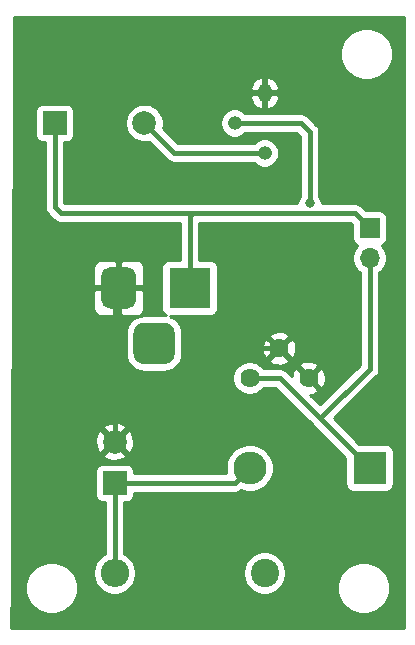
<source format=gbr>
%TF.GenerationSoftware,KiCad,Pcbnew,(5.1.8)-1*%
%TF.CreationDate,2020-12-20T06:36:15+01:00*%
%TF.ProjectId,Fire Sensor,46697265-2053-4656-9e73-6f722e6b6963,rev?*%
%TF.SameCoordinates,Original*%
%TF.FileFunction,Copper,L2,Bot*%
%TF.FilePolarity,Positive*%
%FSLAX46Y46*%
G04 Gerber Fmt 4.6, Leading zero omitted, Abs format (unit mm)*
G04 Created by KiCad (PCBNEW (5.1.8)-1) date 2020-12-20 06:36:15*
%MOMM*%
%LPD*%
G01*
G04 APERTURE LIST*
%TA.AperFunction,ComponentPad*%
%ADD10R,2.000000X2.000000*%
%TD*%
%TA.AperFunction,ComponentPad*%
%ADD11C,2.000000*%
%TD*%
%TA.AperFunction,ComponentPad*%
%ADD12R,2.800000X2.800000*%
%TD*%
%TA.AperFunction,ComponentPad*%
%ADD13O,2.800000X2.800000*%
%TD*%
%TA.AperFunction,ComponentPad*%
%ADD14R,3.500000X3.500000*%
%TD*%
%TA.AperFunction,ComponentPad*%
%ADD15O,1.200000X1.600000*%
%TD*%
%TA.AperFunction,ComponentPad*%
%ADD16O,1.200000X1.200000*%
%TD*%
%TA.AperFunction,ComponentPad*%
%ADD17C,2.400000*%
%TD*%
%TA.AperFunction,ComponentPad*%
%ADD18O,2.400000X2.400000*%
%TD*%
%TA.AperFunction,ComponentPad*%
%ADD19C,1.620000*%
%TD*%
%TA.AperFunction,ComponentPad*%
%ADD20R,1.700000X1.700000*%
%TD*%
%TA.AperFunction,ComponentPad*%
%ADD21O,1.700000X1.700000*%
%TD*%
%TA.AperFunction,ViaPad*%
%ADD22C,0.800000*%
%TD*%
%TA.AperFunction,Conductor*%
%ADD23C,0.400000*%
%TD*%
%TA.AperFunction,Conductor*%
%ADD24C,0.254000*%
%TD*%
%TA.AperFunction,Conductor*%
%ADD25C,0.100000*%
%TD*%
G04 APERTURE END LIST*
D10*
%TO.P,BZ1,1*%
%TO.N,Net-(BZ1-Pad1)*%
X113030000Y-74930000D03*
D11*
%TO.P,BZ1,2*%
%TO.N,Net-(BZ1-Pad2)*%
X120630000Y-74930000D03*
%TD*%
D10*
%TO.P,C1,1*%
%TO.N,Net-(C1-Pad1)*%
X118110000Y-105410000D03*
D11*
%TO.P,C1,2*%
%TO.N,Net-(C1-Pad2)*%
X118110000Y-101910000D03*
%TD*%
D12*
%TO.P,D1,1*%
%TO.N,Net-(D1-Pad1)*%
X139700000Y-104140000D03*
D13*
%TO.P,D1,2*%
%TO.N,Net-(C1-Pad1)*%
X129540000Y-104140000D03*
%TD*%
D14*
%TO.P,J1,1*%
%TO.N,Net-(BZ1-Pad1)*%
X124460000Y-88900000D03*
%TO.P,J1,2*%
%TO.N,Net-(C1-Pad2)*%
%TA.AperFunction,ComponentPad*%
G36*
G01*
X116960000Y-89900000D02*
X116960000Y-87900000D01*
G75*
G02*
X117710000Y-87150000I750000J0D01*
G01*
X119210000Y-87150000D01*
G75*
G02*
X119960000Y-87900000I0J-750000D01*
G01*
X119960000Y-89900000D01*
G75*
G02*
X119210000Y-90650000I-750000J0D01*
G01*
X117710000Y-90650000D01*
G75*
G02*
X116960000Y-89900000I0J750000D01*
G01*
G37*
%TD.AperFunction*%
%TO.P,J1,3*%
%TO.N,Net-(J1-Pad3)*%
%TA.AperFunction,ComponentPad*%
G36*
G01*
X119710000Y-94475000D02*
X119710000Y-92725000D01*
G75*
G02*
X120585000Y-91850000I875000J0D01*
G01*
X122335000Y-91850000D01*
G75*
G02*
X123210000Y-92725000I0J-875000D01*
G01*
X123210000Y-94475000D01*
G75*
G02*
X122335000Y-95350000I-875000J0D01*
G01*
X120585000Y-95350000D01*
G75*
G02*
X119710000Y-94475000I0J875000D01*
G01*
G37*
%TD.AperFunction*%
%TD*%
D15*
%TO.P,Q1,1*%
%TO.N,Net-(C1-Pad2)*%
X130810000Y-72390000D03*
D16*
%TO.P,Q1,2*%
%TO.N,Net-(Q1-Pad2)*%
X128270000Y-74930000D03*
%TO.P,Q1,3*%
%TO.N,Net-(BZ1-Pad2)*%
X130810000Y-77470000D03*
%TD*%
D17*
%TO.P,R1,1*%
%TO.N,Net-(Q1-Pad2)*%
X130810000Y-113030000D03*
D18*
%TO.P,R1,2*%
%TO.N,Net-(C1-Pad1)*%
X118110000Y-113030000D03*
%TD*%
D19*
%TO.P,RV1,3*%
%TO.N,Net-(C1-Pad2)*%
X134540000Y-96520000D03*
%TO.P,RV1,2*%
X132040000Y-94020000D03*
%TO.P,RV1,1*%
%TO.N,Net-(D1-Pad1)*%
X129540000Y-96520000D03*
%TD*%
D20*
%TO.P,TH1,1*%
%TO.N,Net-(BZ1-Pad1)*%
X139700000Y-83820000D03*
D21*
%TO.P,TH1,2*%
%TO.N,Net-(D1-Pad1)*%
X139700000Y-86360000D03*
%TD*%
D22*
%TO.N,Net-(Q1-Pad2)*%
X134620000Y-81750000D03*
%TD*%
D23*
%TO.N,Net-(BZ1-Pad1)*%
X113030000Y-74930000D02*
X113030000Y-82042000D01*
X113030000Y-82042000D02*
X113538000Y-82550000D01*
X113538000Y-82550000D02*
X124714000Y-82550000D01*
X124460000Y-82804000D02*
X124460000Y-88900000D01*
X124714000Y-82550000D02*
X124460000Y-82804000D01*
X138430000Y-82550000D02*
X139700000Y-83820000D01*
X124714000Y-82550000D02*
X138430000Y-82550000D01*
%TO.N,Net-(BZ1-Pad2)*%
X123170000Y-77470000D02*
X130810000Y-77470000D01*
X120630000Y-74930000D02*
X123170000Y-77470000D01*
%TO.N,Net-(C1-Pad1)*%
X128270000Y-105410000D02*
X129540000Y-104140000D01*
X118110000Y-105410000D02*
X128270000Y-105410000D01*
X118110000Y-105410000D02*
X118110000Y-113030000D01*
%TO.N,Net-(C1-Pad2)*%
X118110000Y-89250000D02*
X118460000Y-88900000D01*
X118110000Y-101910000D02*
X118110000Y-89250000D01*
X126000000Y-94020000D02*
X132040000Y-94020000D01*
X118110000Y-101910000D02*
X126000000Y-94020000D01*
X134540000Y-96346000D02*
X134540000Y-96520000D01*
X134540000Y-96520000D02*
X132040000Y-94020000D01*
%TO.N,Net-(D1-Pad1)*%
X129540000Y-96520000D02*
X132080000Y-96520000D01*
X139700000Y-86360000D02*
X139700000Y-95758000D01*
X135509000Y-99949000D02*
X139700000Y-104140000D01*
X139700000Y-95758000D02*
X135509000Y-99949000D01*
X132080000Y-96520000D02*
X135509000Y-99949000D01*
X129540000Y-96520000D02*
X129794000Y-96774000D01*
%TO.N,Net-(Q1-Pad2)*%
X128270000Y-74930000D02*
X133858000Y-74930000D01*
X134620000Y-75692000D02*
X134620000Y-81750000D01*
X133858000Y-74930000D02*
X134620000Y-75692000D01*
%TD*%
D24*
%TO.N,Net-(C1-Pad2)*%
X142596001Y-117704000D02*
X109375165Y-117704000D01*
X109392505Y-114079872D01*
X110541000Y-114079872D01*
X110541000Y-114520128D01*
X110626890Y-114951925D01*
X110795369Y-115358669D01*
X111039962Y-115724729D01*
X111351271Y-116036038D01*
X111717331Y-116280631D01*
X112124075Y-116449110D01*
X112555872Y-116535000D01*
X112996128Y-116535000D01*
X113427925Y-116449110D01*
X113834669Y-116280631D01*
X114200729Y-116036038D01*
X114512038Y-115724729D01*
X114756631Y-115358669D01*
X114925110Y-114951925D01*
X115011000Y-114520128D01*
X115011000Y-114079872D01*
X114925110Y-113648075D01*
X114756631Y-113241331D01*
X114512038Y-112875271D01*
X114486035Y-112849268D01*
X116275000Y-112849268D01*
X116275000Y-113210732D01*
X116345518Y-113565250D01*
X116483844Y-113899199D01*
X116684662Y-114199744D01*
X116940256Y-114455338D01*
X117240801Y-114656156D01*
X117574750Y-114794482D01*
X117929268Y-114865000D01*
X118290732Y-114865000D01*
X118645250Y-114794482D01*
X118979199Y-114656156D01*
X119279744Y-114455338D01*
X119535338Y-114199744D01*
X119736156Y-113899199D01*
X119874482Y-113565250D01*
X119945000Y-113210732D01*
X119945000Y-112849268D01*
X128975000Y-112849268D01*
X128975000Y-113210732D01*
X129045518Y-113565250D01*
X129183844Y-113899199D01*
X129384662Y-114199744D01*
X129640256Y-114455338D01*
X129940801Y-114656156D01*
X130274750Y-114794482D01*
X130629268Y-114865000D01*
X130990732Y-114865000D01*
X131345250Y-114794482D01*
X131679199Y-114656156D01*
X131979744Y-114455338D01*
X132235338Y-114199744D01*
X132315434Y-114079872D01*
X136957000Y-114079872D01*
X136957000Y-114520128D01*
X137042890Y-114951925D01*
X137211369Y-115358669D01*
X137455962Y-115724729D01*
X137767271Y-116036038D01*
X138133331Y-116280631D01*
X138540075Y-116449110D01*
X138971872Y-116535000D01*
X139412128Y-116535000D01*
X139843925Y-116449110D01*
X140250669Y-116280631D01*
X140616729Y-116036038D01*
X140928038Y-115724729D01*
X141172631Y-115358669D01*
X141341110Y-114951925D01*
X141427000Y-114520128D01*
X141427000Y-114079872D01*
X141341110Y-113648075D01*
X141172631Y-113241331D01*
X140928038Y-112875271D01*
X140616729Y-112563962D01*
X140250669Y-112319369D01*
X139843925Y-112150890D01*
X139412128Y-112065000D01*
X138971872Y-112065000D01*
X138540075Y-112150890D01*
X138133331Y-112319369D01*
X137767271Y-112563962D01*
X137455962Y-112875271D01*
X137211369Y-113241331D01*
X137042890Y-113648075D01*
X136957000Y-114079872D01*
X132315434Y-114079872D01*
X132436156Y-113899199D01*
X132574482Y-113565250D01*
X132645000Y-113210732D01*
X132645000Y-112849268D01*
X132574482Y-112494750D01*
X132436156Y-112160801D01*
X132235338Y-111860256D01*
X131979744Y-111604662D01*
X131679199Y-111403844D01*
X131345250Y-111265518D01*
X130990732Y-111195000D01*
X130629268Y-111195000D01*
X130274750Y-111265518D01*
X129940801Y-111403844D01*
X129640256Y-111604662D01*
X129384662Y-111860256D01*
X129183844Y-112160801D01*
X129045518Y-112494750D01*
X128975000Y-112849268D01*
X119945000Y-112849268D01*
X119874482Y-112494750D01*
X119736156Y-112160801D01*
X119535338Y-111860256D01*
X119279744Y-111604662D01*
X118979199Y-111403844D01*
X118945000Y-111389678D01*
X118945000Y-107048072D01*
X119110000Y-107048072D01*
X119234482Y-107035812D01*
X119354180Y-106999502D01*
X119464494Y-106940537D01*
X119561185Y-106861185D01*
X119640537Y-106764494D01*
X119699502Y-106654180D01*
X119735812Y-106534482D01*
X119748072Y-106410000D01*
X119748072Y-106245000D01*
X128228982Y-106245000D01*
X128270000Y-106249040D01*
X128311018Y-106245000D01*
X128311019Y-106245000D01*
X128433689Y-106232918D01*
X128591087Y-106185172D01*
X128736146Y-106107636D01*
X128815453Y-106042551D01*
X128946413Y-106096796D01*
X129339570Y-106175000D01*
X129740430Y-106175000D01*
X130133587Y-106096796D01*
X130503934Y-105943393D01*
X130837237Y-105720687D01*
X131120687Y-105437237D01*
X131343393Y-105103934D01*
X131496796Y-104733587D01*
X131575000Y-104340430D01*
X131575000Y-103939570D01*
X131496796Y-103546413D01*
X131343393Y-103176066D01*
X131120687Y-102842763D01*
X130837237Y-102559313D01*
X130503934Y-102336607D01*
X130133587Y-102183204D01*
X129740430Y-102105000D01*
X129339570Y-102105000D01*
X128946413Y-102183204D01*
X128576066Y-102336607D01*
X128242763Y-102559313D01*
X127959313Y-102842763D01*
X127736607Y-103176066D01*
X127583204Y-103546413D01*
X127505000Y-103939570D01*
X127505000Y-104340430D01*
X127551659Y-104575000D01*
X119748072Y-104575000D01*
X119748072Y-104410000D01*
X119735812Y-104285518D01*
X119699502Y-104165820D01*
X119640537Y-104055506D01*
X119561185Y-103958815D01*
X119464494Y-103879463D01*
X119354180Y-103820498D01*
X119234482Y-103784188D01*
X119110000Y-103771928D01*
X117110000Y-103771928D01*
X116985518Y-103784188D01*
X116865820Y-103820498D01*
X116755506Y-103879463D01*
X116658815Y-103958815D01*
X116579463Y-104055506D01*
X116520498Y-104165820D01*
X116484188Y-104285518D01*
X116471928Y-104410000D01*
X116471928Y-106410000D01*
X116484188Y-106534482D01*
X116520498Y-106654180D01*
X116579463Y-106764494D01*
X116658815Y-106861185D01*
X116755506Y-106940537D01*
X116865820Y-106999502D01*
X116985518Y-107035812D01*
X117110000Y-107048072D01*
X117275000Y-107048072D01*
X117275001Y-111389678D01*
X117240801Y-111403844D01*
X116940256Y-111604662D01*
X116684662Y-111860256D01*
X116483844Y-112160801D01*
X116345518Y-112494750D01*
X116275000Y-112849268D01*
X114486035Y-112849268D01*
X114200729Y-112563962D01*
X113834669Y-112319369D01*
X113427925Y-112150890D01*
X112996128Y-112065000D01*
X112555872Y-112065000D01*
X112124075Y-112150890D01*
X111717331Y-112319369D01*
X111351271Y-112563962D01*
X111039962Y-112875271D01*
X110795369Y-113241331D01*
X110626890Y-113648075D01*
X110541000Y-114079872D01*
X109392505Y-114079872D01*
X109445300Y-103045413D01*
X117154192Y-103045413D01*
X117249956Y-103309814D01*
X117539571Y-103450704D01*
X117851108Y-103532384D01*
X118172595Y-103551718D01*
X118491675Y-103507961D01*
X118796088Y-103402795D01*
X118970044Y-103309814D01*
X119065808Y-103045413D01*
X118110000Y-102089605D01*
X117154192Y-103045413D01*
X109445300Y-103045413D01*
X109450434Y-101972595D01*
X116468282Y-101972595D01*
X116512039Y-102291675D01*
X116617205Y-102596088D01*
X116710186Y-102770044D01*
X116974587Y-102865808D01*
X117930395Y-101910000D01*
X118289605Y-101910000D01*
X119245413Y-102865808D01*
X119509814Y-102770044D01*
X119650704Y-102480429D01*
X119732384Y-102168892D01*
X119751718Y-101847405D01*
X119707961Y-101528325D01*
X119602795Y-101223912D01*
X119509814Y-101049956D01*
X119245413Y-100954192D01*
X118289605Y-101910000D01*
X117930395Y-101910000D01*
X116974587Y-100954192D01*
X116710186Y-101049956D01*
X116569296Y-101339571D01*
X116487616Y-101651108D01*
X116468282Y-101972595D01*
X109450434Y-101972595D01*
X109456166Y-100774587D01*
X117154192Y-100774587D01*
X118110000Y-101730395D01*
X119065808Y-100774587D01*
X118970044Y-100510186D01*
X118680429Y-100369296D01*
X118368892Y-100287616D01*
X118047405Y-100268282D01*
X117728325Y-100312039D01*
X117423912Y-100417205D01*
X117249956Y-100510186D01*
X117154192Y-100774587D01*
X109456166Y-100774587D01*
X109504609Y-90650000D01*
X116321928Y-90650000D01*
X116334188Y-90774482D01*
X116370498Y-90894180D01*
X116429463Y-91004494D01*
X116508815Y-91101185D01*
X116605506Y-91180537D01*
X116715820Y-91239502D01*
X116835518Y-91275812D01*
X116960000Y-91288072D01*
X118174250Y-91285000D01*
X118333000Y-91126250D01*
X118333000Y-89027000D01*
X118587000Y-89027000D01*
X118587000Y-91126250D01*
X118745750Y-91285000D01*
X119960000Y-91288072D01*
X120084482Y-91275812D01*
X120204180Y-91239502D01*
X120314494Y-91180537D01*
X120411185Y-91101185D01*
X120490537Y-91004494D01*
X120549502Y-90894180D01*
X120585812Y-90774482D01*
X120598072Y-90650000D01*
X120595000Y-89185750D01*
X120436250Y-89027000D01*
X118587000Y-89027000D01*
X118333000Y-89027000D01*
X116483750Y-89027000D01*
X116325000Y-89185750D01*
X116321928Y-90650000D01*
X109504609Y-90650000D01*
X109521355Y-87150000D01*
X116321928Y-87150000D01*
X116325000Y-88614250D01*
X116483750Y-88773000D01*
X118333000Y-88773000D01*
X118333000Y-86673750D01*
X118587000Y-86673750D01*
X118587000Y-88773000D01*
X120436250Y-88773000D01*
X120595000Y-88614250D01*
X120598072Y-87150000D01*
X120585812Y-87025518D01*
X120549502Y-86905820D01*
X120490537Y-86795506D01*
X120411185Y-86698815D01*
X120314494Y-86619463D01*
X120204180Y-86560498D01*
X120084482Y-86524188D01*
X119960000Y-86511928D01*
X118745750Y-86515000D01*
X118587000Y-86673750D01*
X118333000Y-86673750D01*
X118174250Y-86515000D01*
X116960000Y-86511928D01*
X116835518Y-86524188D01*
X116715820Y-86560498D01*
X116605506Y-86619463D01*
X116508815Y-86698815D01*
X116429463Y-86795506D01*
X116370498Y-86905820D01*
X116334188Y-87025518D01*
X116321928Y-87150000D01*
X109521355Y-87150000D01*
X109584609Y-73930000D01*
X111391928Y-73930000D01*
X111391928Y-75930000D01*
X111404188Y-76054482D01*
X111440498Y-76174180D01*
X111499463Y-76284494D01*
X111578815Y-76381185D01*
X111675506Y-76460537D01*
X111785820Y-76519502D01*
X111905518Y-76555812D01*
X112030000Y-76568072D01*
X112195000Y-76568072D01*
X112195001Y-82000972D01*
X112190960Y-82042000D01*
X112207082Y-82205688D01*
X112254828Y-82363086D01*
X112318878Y-82482914D01*
X112332365Y-82508146D01*
X112436710Y-82635291D01*
X112468574Y-82661441D01*
X112918554Y-83111421D01*
X112944709Y-83143291D01*
X113071854Y-83247636D01*
X113216913Y-83325172D01*
X113374311Y-83372918D01*
X113496981Y-83385000D01*
X113496991Y-83385000D01*
X113537999Y-83389039D01*
X113579007Y-83385000D01*
X123625000Y-83385000D01*
X123625001Y-86511928D01*
X122710000Y-86511928D01*
X122585518Y-86524188D01*
X122465820Y-86560498D01*
X122355506Y-86619463D01*
X122258815Y-86698815D01*
X122179463Y-86795506D01*
X122120498Y-86905820D01*
X122084188Y-87025518D01*
X122071928Y-87150000D01*
X122071928Y-90650000D01*
X122084188Y-90774482D01*
X122120498Y-90894180D01*
X122179463Y-91004494D01*
X122258815Y-91101185D01*
X122355506Y-91180537D01*
X122432131Y-91221494D01*
X122335000Y-91211928D01*
X120585000Y-91211928D01*
X120289814Y-91241001D01*
X120005972Y-91327104D01*
X119744382Y-91466927D01*
X119515097Y-91655097D01*
X119326927Y-91884382D01*
X119187104Y-92145972D01*
X119101001Y-92429814D01*
X119071928Y-92725000D01*
X119071928Y-94475000D01*
X119101001Y-94770186D01*
X119187104Y-95054028D01*
X119326927Y-95315618D01*
X119515097Y-95544903D01*
X119744382Y-95733073D01*
X120005972Y-95872896D01*
X120289814Y-95958999D01*
X120585000Y-95988072D01*
X122335000Y-95988072D01*
X122630186Y-95958999D01*
X122914028Y-95872896D01*
X123175618Y-95733073D01*
X123404903Y-95544903D01*
X123593073Y-95315618D01*
X123732896Y-95054028D01*
X123743265Y-95019843D01*
X131219762Y-95019843D01*
X131292556Y-95264832D01*
X131549773Y-95386733D01*
X131825829Y-95456110D01*
X132110115Y-95470298D01*
X132391706Y-95428752D01*
X132659783Y-95333068D01*
X132787444Y-95264832D01*
X132860238Y-95019843D01*
X132040000Y-94199605D01*
X131219762Y-95019843D01*
X123743265Y-95019843D01*
X123818999Y-94770186D01*
X123848072Y-94475000D01*
X123848072Y-94090115D01*
X130589702Y-94090115D01*
X130631248Y-94371706D01*
X130726932Y-94639783D01*
X130795168Y-94767444D01*
X131040157Y-94840238D01*
X131860395Y-94020000D01*
X132219605Y-94020000D01*
X133039843Y-94840238D01*
X133284832Y-94767444D01*
X133406733Y-94510227D01*
X133476110Y-94234171D01*
X133490298Y-93949885D01*
X133448752Y-93668294D01*
X133353068Y-93400217D01*
X133284832Y-93272556D01*
X133039843Y-93199762D01*
X132219605Y-94020000D01*
X131860395Y-94020000D01*
X131040157Y-93199762D01*
X130795168Y-93272556D01*
X130673267Y-93529773D01*
X130603890Y-93805829D01*
X130589702Y-94090115D01*
X123848072Y-94090115D01*
X123848072Y-93020157D01*
X131219762Y-93020157D01*
X132040000Y-93840395D01*
X132860238Y-93020157D01*
X132787444Y-92775168D01*
X132530227Y-92653267D01*
X132254171Y-92583890D01*
X131969885Y-92569702D01*
X131688294Y-92611248D01*
X131420217Y-92706932D01*
X131292556Y-92775168D01*
X131219762Y-93020157D01*
X123848072Y-93020157D01*
X123848072Y-92725000D01*
X123818999Y-92429814D01*
X123732896Y-92145972D01*
X123593073Y-91884382D01*
X123404903Y-91655097D01*
X123175618Y-91466927D01*
X122914028Y-91327104D01*
X122785357Y-91288072D01*
X126210000Y-91288072D01*
X126334482Y-91275812D01*
X126454180Y-91239502D01*
X126564494Y-91180537D01*
X126661185Y-91101185D01*
X126740537Y-91004494D01*
X126799502Y-90894180D01*
X126835812Y-90774482D01*
X126848072Y-90650000D01*
X126848072Y-87150000D01*
X126835812Y-87025518D01*
X126799502Y-86905820D01*
X126740537Y-86795506D01*
X126661185Y-86698815D01*
X126564494Y-86619463D01*
X126454180Y-86560498D01*
X126334482Y-86524188D01*
X126210000Y-86511928D01*
X125295000Y-86511928D01*
X125295000Y-83385000D01*
X138084133Y-83385000D01*
X138211928Y-83512795D01*
X138211928Y-84670000D01*
X138224188Y-84794482D01*
X138260498Y-84914180D01*
X138319463Y-85024494D01*
X138398815Y-85121185D01*
X138495506Y-85200537D01*
X138605820Y-85259502D01*
X138678380Y-85281513D01*
X138546525Y-85413368D01*
X138384010Y-85656589D01*
X138272068Y-85926842D01*
X138215000Y-86213740D01*
X138215000Y-86506260D01*
X138272068Y-86793158D01*
X138384010Y-87063411D01*
X138546525Y-87306632D01*
X138753368Y-87513475D01*
X138865000Y-87588065D01*
X138865001Y-95412131D01*
X135509000Y-98768133D01*
X134698173Y-97957306D01*
X134891706Y-97928752D01*
X135159783Y-97833068D01*
X135287444Y-97764832D01*
X135360238Y-97519843D01*
X134540000Y-96699605D01*
X134525858Y-96713748D01*
X134346253Y-96534143D01*
X134360395Y-96520000D01*
X134719605Y-96520000D01*
X135539843Y-97340238D01*
X135784832Y-97267444D01*
X135906733Y-97010227D01*
X135976110Y-96734171D01*
X135990298Y-96449885D01*
X135948752Y-96168294D01*
X135853068Y-95900217D01*
X135784832Y-95772556D01*
X135539843Y-95699762D01*
X134719605Y-96520000D01*
X134360395Y-96520000D01*
X133540157Y-95699762D01*
X133295168Y-95772556D01*
X133173267Y-96029773D01*
X133103890Y-96305829D01*
X133101171Y-96360304D01*
X132699446Y-95958579D01*
X132673291Y-95926709D01*
X132546146Y-95822364D01*
X132401087Y-95744828D01*
X132243689Y-95697082D01*
X132121019Y-95685000D01*
X132121018Y-95685000D01*
X132080000Y-95680960D01*
X132038982Y-95685000D01*
X130719958Y-95685000D01*
X130662405Y-95598866D01*
X130583696Y-95520157D01*
X133719762Y-95520157D01*
X134540000Y-96340395D01*
X135360238Y-95520157D01*
X135287444Y-95275168D01*
X135030227Y-95153267D01*
X134754171Y-95083890D01*
X134469885Y-95069702D01*
X134188294Y-95111248D01*
X133920217Y-95206932D01*
X133792556Y-95275168D01*
X133719762Y-95520157D01*
X130583696Y-95520157D01*
X130461134Y-95397595D01*
X130224464Y-95239457D01*
X129961491Y-95130530D01*
X129682320Y-95075000D01*
X129397680Y-95075000D01*
X129118509Y-95130530D01*
X128855536Y-95239457D01*
X128618866Y-95397595D01*
X128417595Y-95598866D01*
X128259457Y-95835536D01*
X128150530Y-96098509D01*
X128095000Y-96377680D01*
X128095000Y-96662320D01*
X128150530Y-96941491D01*
X128259457Y-97204464D01*
X128417595Y-97441134D01*
X128618866Y-97642405D01*
X128855536Y-97800543D01*
X129118509Y-97909470D01*
X129397680Y-97965000D01*
X129682320Y-97965000D01*
X129961491Y-97909470D01*
X130224464Y-97800543D01*
X130461134Y-97642405D01*
X130662405Y-97441134D01*
X130719958Y-97355000D01*
X131734133Y-97355000D01*
X134889567Y-100510435D01*
X134915710Y-100542290D01*
X134947565Y-100568433D01*
X134947570Y-100568438D01*
X134947576Y-100568443D01*
X137661928Y-103282796D01*
X137661928Y-105540000D01*
X137674188Y-105664482D01*
X137710498Y-105784180D01*
X137769463Y-105894494D01*
X137848815Y-105991185D01*
X137945506Y-106070537D01*
X138055820Y-106129502D01*
X138175518Y-106165812D01*
X138300000Y-106178072D01*
X141100000Y-106178072D01*
X141224482Y-106165812D01*
X141344180Y-106129502D01*
X141454494Y-106070537D01*
X141551185Y-105991185D01*
X141630537Y-105894494D01*
X141689502Y-105784180D01*
X141725812Y-105664482D01*
X141738072Y-105540000D01*
X141738072Y-102740000D01*
X141725812Y-102615518D01*
X141689502Y-102495820D01*
X141630537Y-102385506D01*
X141551185Y-102288815D01*
X141454494Y-102209463D01*
X141344180Y-102150498D01*
X141224482Y-102114188D01*
X141100000Y-102101928D01*
X138842796Y-102101928D01*
X136689867Y-99949000D01*
X140261427Y-96377441D01*
X140293291Y-96351291D01*
X140397636Y-96224146D01*
X140475172Y-96079087D01*
X140522918Y-95921689D01*
X140535000Y-95799019D01*
X140539040Y-95758001D01*
X140535000Y-95716982D01*
X140535000Y-87588065D01*
X140646632Y-87513475D01*
X140853475Y-87306632D01*
X141015990Y-87063411D01*
X141127932Y-86793158D01*
X141185000Y-86506260D01*
X141185000Y-86213740D01*
X141127932Y-85926842D01*
X141015990Y-85656589D01*
X140853475Y-85413368D01*
X140721620Y-85281513D01*
X140794180Y-85259502D01*
X140904494Y-85200537D01*
X141001185Y-85121185D01*
X141080537Y-85024494D01*
X141139502Y-84914180D01*
X141175812Y-84794482D01*
X141188072Y-84670000D01*
X141188072Y-82970000D01*
X141175812Y-82845518D01*
X141139502Y-82725820D01*
X141080537Y-82615506D01*
X141001185Y-82518815D01*
X140904494Y-82439463D01*
X140794180Y-82380498D01*
X140674482Y-82344188D01*
X140550000Y-82331928D01*
X139392795Y-82331928D01*
X139049446Y-81988579D01*
X139023291Y-81956709D01*
X138896146Y-81852364D01*
X138751087Y-81774828D01*
X138593689Y-81727082D01*
X138471019Y-81715000D01*
X138471018Y-81715000D01*
X138430000Y-81710960D01*
X138388982Y-81715000D01*
X135655000Y-81715000D01*
X135655000Y-81648061D01*
X135615226Y-81448102D01*
X135537205Y-81259744D01*
X135455000Y-81136715D01*
X135455000Y-75733018D01*
X135459040Y-75692000D01*
X135442918Y-75528312D01*
X135438878Y-75514992D01*
X135395172Y-75370913D01*
X135317636Y-75225854D01*
X135213291Y-75098709D01*
X135181433Y-75072564D01*
X134477445Y-74368578D01*
X134451291Y-74336709D01*
X134324146Y-74232364D01*
X134179087Y-74154828D01*
X134021689Y-74107082D01*
X133899019Y-74095000D01*
X133899018Y-74095000D01*
X133858000Y-74090960D01*
X133816982Y-74095000D01*
X129181554Y-74095000D01*
X129057267Y-73970713D01*
X128854992Y-73835557D01*
X128630236Y-73742460D01*
X128391637Y-73695000D01*
X128148363Y-73695000D01*
X127909764Y-73742460D01*
X127685008Y-73835557D01*
X127482733Y-73970713D01*
X127310713Y-74142733D01*
X127175557Y-74345008D01*
X127082460Y-74569764D01*
X127035000Y-74808363D01*
X127035000Y-75051637D01*
X127082460Y-75290236D01*
X127175557Y-75514992D01*
X127310713Y-75717267D01*
X127482733Y-75889287D01*
X127685008Y-76024443D01*
X127909764Y-76117540D01*
X128148363Y-76165000D01*
X128391637Y-76165000D01*
X128630236Y-76117540D01*
X128854992Y-76024443D01*
X129057267Y-75889287D01*
X129181554Y-75765000D01*
X133512132Y-75765000D01*
X133785000Y-76037868D01*
X133785001Y-81136714D01*
X133702795Y-81259744D01*
X133624774Y-81448102D01*
X133585000Y-81648061D01*
X133585000Y-81715000D01*
X124755015Y-81715000D01*
X124713999Y-81710960D01*
X124672983Y-81715000D01*
X113883867Y-81715000D01*
X113865000Y-81696133D01*
X113865000Y-76568072D01*
X114030000Y-76568072D01*
X114154482Y-76555812D01*
X114274180Y-76519502D01*
X114384494Y-76460537D01*
X114481185Y-76381185D01*
X114560537Y-76284494D01*
X114619502Y-76174180D01*
X114655812Y-76054482D01*
X114668072Y-75930000D01*
X114668072Y-74768967D01*
X118995000Y-74768967D01*
X118995000Y-75091033D01*
X119057832Y-75406912D01*
X119181082Y-75704463D01*
X119360013Y-75972252D01*
X119587748Y-76199987D01*
X119855537Y-76378918D01*
X120153088Y-76502168D01*
X120468967Y-76565000D01*
X120791033Y-76565000D01*
X121035504Y-76516372D01*
X122550559Y-78031427D01*
X122576709Y-78063291D01*
X122703854Y-78167636D01*
X122848913Y-78245172D01*
X123006311Y-78292918D01*
X123128981Y-78305000D01*
X123128991Y-78305000D01*
X123169999Y-78309039D01*
X123211007Y-78305000D01*
X129898446Y-78305000D01*
X130022733Y-78429287D01*
X130225008Y-78564443D01*
X130449764Y-78657540D01*
X130688363Y-78705000D01*
X130931637Y-78705000D01*
X131170236Y-78657540D01*
X131394992Y-78564443D01*
X131597267Y-78429287D01*
X131769287Y-78257267D01*
X131904443Y-78054992D01*
X131997540Y-77830236D01*
X132045000Y-77591637D01*
X132045000Y-77348363D01*
X131997540Y-77109764D01*
X131904443Y-76885008D01*
X131769287Y-76682733D01*
X131597267Y-76510713D01*
X131394992Y-76375557D01*
X131170236Y-76282460D01*
X130931637Y-76235000D01*
X130688363Y-76235000D01*
X130449764Y-76282460D01*
X130225008Y-76375557D01*
X130022733Y-76510713D01*
X129898446Y-76635000D01*
X123515868Y-76635000D01*
X122216372Y-75335504D01*
X122265000Y-75091033D01*
X122265000Y-74768967D01*
X122202168Y-74453088D01*
X122078918Y-74155537D01*
X121899987Y-73887748D01*
X121672252Y-73660013D01*
X121404463Y-73481082D01*
X121106912Y-73357832D01*
X120791033Y-73295000D01*
X120468967Y-73295000D01*
X120153088Y-73357832D01*
X119855537Y-73481082D01*
X119587748Y-73660013D01*
X119360013Y-73887748D01*
X119181082Y-74155537D01*
X119057832Y-74453088D01*
X118995000Y-74768967D01*
X114668072Y-74768967D01*
X114668072Y-73930000D01*
X114655812Y-73805518D01*
X114619502Y-73685820D01*
X114560537Y-73575506D01*
X114481185Y-73478815D01*
X114384494Y-73399463D01*
X114274180Y-73340498D01*
X114154482Y-73304188D01*
X114030000Y-73291928D01*
X112030000Y-73291928D01*
X111905518Y-73304188D01*
X111785820Y-73340498D01*
X111675506Y-73399463D01*
X111578815Y-73478815D01*
X111499463Y-73575506D01*
X111440498Y-73685820D01*
X111404188Y-73805518D01*
X111391928Y-73930000D01*
X109584609Y-73930000D01*
X109590438Y-72711681D01*
X129575087Y-72711681D01*
X129622554Y-72950263D01*
X129715654Y-73175000D01*
X129850809Y-73377256D01*
X130022826Y-73549258D01*
X130225093Y-73684396D01*
X130449838Y-73777477D01*
X130492391Y-73783462D01*
X130683000Y-73658731D01*
X130683000Y-72517000D01*
X130937000Y-72517000D01*
X130937000Y-73658731D01*
X131127609Y-73783462D01*
X131170162Y-73777477D01*
X131394907Y-73684396D01*
X131597174Y-73549258D01*
X131769191Y-73377256D01*
X131904346Y-73175000D01*
X131997446Y-72950263D01*
X132044913Y-72711681D01*
X131889994Y-72517000D01*
X130937000Y-72517000D01*
X130683000Y-72517000D01*
X129730006Y-72517000D01*
X129575087Y-72711681D01*
X109590438Y-72711681D01*
X109593516Y-72068319D01*
X129575087Y-72068319D01*
X129730006Y-72263000D01*
X130683000Y-72263000D01*
X130683000Y-71121269D01*
X130937000Y-71121269D01*
X130937000Y-72263000D01*
X131889994Y-72263000D01*
X132044913Y-72068319D01*
X131997446Y-71829737D01*
X131904346Y-71605000D01*
X131769191Y-71402744D01*
X131597174Y-71230742D01*
X131394907Y-71095604D01*
X131170162Y-71002523D01*
X131127609Y-70996538D01*
X130937000Y-71121269D01*
X130683000Y-71121269D01*
X130492391Y-70996538D01*
X130449838Y-71002523D01*
X130225093Y-71095604D01*
X130022826Y-71230742D01*
X129850809Y-71402744D01*
X129715654Y-71605000D01*
X129622554Y-71829737D01*
X129575087Y-72068319D01*
X109593516Y-72068319D01*
X109608829Y-68867872D01*
X137211000Y-68867872D01*
X137211000Y-69308128D01*
X137296890Y-69739925D01*
X137465369Y-70146669D01*
X137709962Y-70512729D01*
X138021271Y-70824038D01*
X138387331Y-71068631D01*
X138794075Y-71237110D01*
X139225872Y-71323000D01*
X139666128Y-71323000D01*
X140097925Y-71237110D01*
X140504669Y-71068631D01*
X140870729Y-70824038D01*
X141182038Y-70512729D01*
X141426631Y-70146669D01*
X141595110Y-69739925D01*
X141681000Y-69308128D01*
X141681000Y-68867872D01*
X141595110Y-68436075D01*
X141426631Y-68029331D01*
X141182038Y-67663271D01*
X140870729Y-67351962D01*
X140504669Y-67107369D01*
X140097925Y-66938890D01*
X139666128Y-66853000D01*
X139225872Y-66853000D01*
X138794075Y-66938890D01*
X138387331Y-67107369D01*
X138021271Y-67351962D01*
X137709962Y-67663271D01*
X137465369Y-68029331D01*
X137296890Y-68436075D01*
X137211000Y-68867872D01*
X109608829Y-68867872D01*
X109622849Y-65938000D01*
X142596000Y-65938000D01*
X142596001Y-117704000D01*
%TA.AperFunction,Conductor*%
D25*
G36*
X142596001Y-117704000D02*
G01*
X109375165Y-117704000D01*
X109392505Y-114079872D01*
X110541000Y-114079872D01*
X110541000Y-114520128D01*
X110626890Y-114951925D01*
X110795369Y-115358669D01*
X111039962Y-115724729D01*
X111351271Y-116036038D01*
X111717331Y-116280631D01*
X112124075Y-116449110D01*
X112555872Y-116535000D01*
X112996128Y-116535000D01*
X113427925Y-116449110D01*
X113834669Y-116280631D01*
X114200729Y-116036038D01*
X114512038Y-115724729D01*
X114756631Y-115358669D01*
X114925110Y-114951925D01*
X115011000Y-114520128D01*
X115011000Y-114079872D01*
X114925110Y-113648075D01*
X114756631Y-113241331D01*
X114512038Y-112875271D01*
X114486035Y-112849268D01*
X116275000Y-112849268D01*
X116275000Y-113210732D01*
X116345518Y-113565250D01*
X116483844Y-113899199D01*
X116684662Y-114199744D01*
X116940256Y-114455338D01*
X117240801Y-114656156D01*
X117574750Y-114794482D01*
X117929268Y-114865000D01*
X118290732Y-114865000D01*
X118645250Y-114794482D01*
X118979199Y-114656156D01*
X119279744Y-114455338D01*
X119535338Y-114199744D01*
X119736156Y-113899199D01*
X119874482Y-113565250D01*
X119945000Y-113210732D01*
X119945000Y-112849268D01*
X128975000Y-112849268D01*
X128975000Y-113210732D01*
X129045518Y-113565250D01*
X129183844Y-113899199D01*
X129384662Y-114199744D01*
X129640256Y-114455338D01*
X129940801Y-114656156D01*
X130274750Y-114794482D01*
X130629268Y-114865000D01*
X130990732Y-114865000D01*
X131345250Y-114794482D01*
X131679199Y-114656156D01*
X131979744Y-114455338D01*
X132235338Y-114199744D01*
X132315434Y-114079872D01*
X136957000Y-114079872D01*
X136957000Y-114520128D01*
X137042890Y-114951925D01*
X137211369Y-115358669D01*
X137455962Y-115724729D01*
X137767271Y-116036038D01*
X138133331Y-116280631D01*
X138540075Y-116449110D01*
X138971872Y-116535000D01*
X139412128Y-116535000D01*
X139843925Y-116449110D01*
X140250669Y-116280631D01*
X140616729Y-116036038D01*
X140928038Y-115724729D01*
X141172631Y-115358669D01*
X141341110Y-114951925D01*
X141427000Y-114520128D01*
X141427000Y-114079872D01*
X141341110Y-113648075D01*
X141172631Y-113241331D01*
X140928038Y-112875271D01*
X140616729Y-112563962D01*
X140250669Y-112319369D01*
X139843925Y-112150890D01*
X139412128Y-112065000D01*
X138971872Y-112065000D01*
X138540075Y-112150890D01*
X138133331Y-112319369D01*
X137767271Y-112563962D01*
X137455962Y-112875271D01*
X137211369Y-113241331D01*
X137042890Y-113648075D01*
X136957000Y-114079872D01*
X132315434Y-114079872D01*
X132436156Y-113899199D01*
X132574482Y-113565250D01*
X132645000Y-113210732D01*
X132645000Y-112849268D01*
X132574482Y-112494750D01*
X132436156Y-112160801D01*
X132235338Y-111860256D01*
X131979744Y-111604662D01*
X131679199Y-111403844D01*
X131345250Y-111265518D01*
X130990732Y-111195000D01*
X130629268Y-111195000D01*
X130274750Y-111265518D01*
X129940801Y-111403844D01*
X129640256Y-111604662D01*
X129384662Y-111860256D01*
X129183844Y-112160801D01*
X129045518Y-112494750D01*
X128975000Y-112849268D01*
X119945000Y-112849268D01*
X119874482Y-112494750D01*
X119736156Y-112160801D01*
X119535338Y-111860256D01*
X119279744Y-111604662D01*
X118979199Y-111403844D01*
X118945000Y-111389678D01*
X118945000Y-107048072D01*
X119110000Y-107048072D01*
X119234482Y-107035812D01*
X119354180Y-106999502D01*
X119464494Y-106940537D01*
X119561185Y-106861185D01*
X119640537Y-106764494D01*
X119699502Y-106654180D01*
X119735812Y-106534482D01*
X119748072Y-106410000D01*
X119748072Y-106245000D01*
X128228982Y-106245000D01*
X128270000Y-106249040D01*
X128311018Y-106245000D01*
X128311019Y-106245000D01*
X128433689Y-106232918D01*
X128591087Y-106185172D01*
X128736146Y-106107636D01*
X128815453Y-106042551D01*
X128946413Y-106096796D01*
X129339570Y-106175000D01*
X129740430Y-106175000D01*
X130133587Y-106096796D01*
X130503934Y-105943393D01*
X130837237Y-105720687D01*
X131120687Y-105437237D01*
X131343393Y-105103934D01*
X131496796Y-104733587D01*
X131575000Y-104340430D01*
X131575000Y-103939570D01*
X131496796Y-103546413D01*
X131343393Y-103176066D01*
X131120687Y-102842763D01*
X130837237Y-102559313D01*
X130503934Y-102336607D01*
X130133587Y-102183204D01*
X129740430Y-102105000D01*
X129339570Y-102105000D01*
X128946413Y-102183204D01*
X128576066Y-102336607D01*
X128242763Y-102559313D01*
X127959313Y-102842763D01*
X127736607Y-103176066D01*
X127583204Y-103546413D01*
X127505000Y-103939570D01*
X127505000Y-104340430D01*
X127551659Y-104575000D01*
X119748072Y-104575000D01*
X119748072Y-104410000D01*
X119735812Y-104285518D01*
X119699502Y-104165820D01*
X119640537Y-104055506D01*
X119561185Y-103958815D01*
X119464494Y-103879463D01*
X119354180Y-103820498D01*
X119234482Y-103784188D01*
X119110000Y-103771928D01*
X117110000Y-103771928D01*
X116985518Y-103784188D01*
X116865820Y-103820498D01*
X116755506Y-103879463D01*
X116658815Y-103958815D01*
X116579463Y-104055506D01*
X116520498Y-104165820D01*
X116484188Y-104285518D01*
X116471928Y-104410000D01*
X116471928Y-106410000D01*
X116484188Y-106534482D01*
X116520498Y-106654180D01*
X116579463Y-106764494D01*
X116658815Y-106861185D01*
X116755506Y-106940537D01*
X116865820Y-106999502D01*
X116985518Y-107035812D01*
X117110000Y-107048072D01*
X117275000Y-107048072D01*
X117275001Y-111389678D01*
X117240801Y-111403844D01*
X116940256Y-111604662D01*
X116684662Y-111860256D01*
X116483844Y-112160801D01*
X116345518Y-112494750D01*
X116275000Y-112849268D01*
X114486035Y-112849268D01*
X114200729Y-112563962D01*
X113834669Y-112319369D01*
X113427925Y-112150890D01*
X112996128Y-112065000D01*
X112555872Y-112065000D01*
X112124075Y-112150890D01*
X111717331Y-112319369D01*
X111351271Y-112563962D01*
X111039962Y-112875271D01*
X110795369Y-113241331D01*
X110626890Y-113648075D01*
X110541000Y-114079872D01*
X109392505Y-114079872D01*
X109445300Y-103045413D01*
X117154192Y-103045413D01*
X117249956Y-103309814D01*
X117539571Y-103450704D01*
X117851108Y-103532384D01*
X118172595Y-103551718D01*
X118491675Y-103507961D01*
X118796088Y-103402795D01*
X118970044Y-103309814D01*
X119065808Y-103045413D01*
X118110000Y-102089605D01*
X117154192Y-103045413D01*
X109445300Y-103045413D01*
X109450434Y-101972595D01*
X116468282Y-101972595D01*
X116512039Y-102291675D01*
X116617205Y-102596088D01*
X116710186Y-102770044D01*
X116974587Y-102865808D01*
X117930395Y-101910000D01*
X118289605Y-101910000D01*
X119245413Y-102865808D01*
X119509814Y-102770044D01*
X119650704Y-102480429D01*
X119732384Y-102168892D01*
X119751718Y-101847405D01*
X119707961Y-101528325D01*
X119602795Y-101223912D01*
X119509814Y-101049956D01*
X119245413Y-100954192D01*
X118289605Y-101910000D01*
X117930395Y-101910000D01*
X116974587Y-100954192D01*
X116710186Y-101049956D01*
X116569296Y-101339571D01*
X116487616Y-101651108D01*
X116468282Y-101972595D01*
X109450434Y-101972595D01*
X109456166Y-100774587D01*
X117154192Y-100774587D01*
X118110000Y-101730395D01*
X119065808Y-100774587D01*
X118970044Y-100510186D01*
X118680429Y-100369296D01*
X118368892Y-100287616D01*
X118047405Y-100268282D01*
X117728325Y-100312039D01*
X117423912Y-100417205D01*
X117249956Y-100510186D01*
X117154192Y-100774587D01*
X109456166Y-100774587D01*
X109504609Y-90650000D01*
X116321928Y-90650000D01*
X116334188Y-90774482D01*
X116370498Y-90894180D01*
X116429463Y-91004494D01*
X116508815Y-91101185D01*
X116605506Y-91180537D01*
X116715820Y-91239502D01*
X116835518Y-91275812D01*
X116960000Y-91288072D01*
X118174250Y-91285000D01*
X118333000Y-91126250D01*
X118333000Y-89027000D01*
X118587000Y-89027000D01*
X118587000Y-91126250D01*
X118745750Y-91285000D01*
X119960000Y-91288072D01*
X120084482Y-91275812D01*
X120204180Y-91239502D01*
X120314494Y-91180537D01*
X120411185Y-91101185D01*
X120490537Y-91004494D01*
X120549502Y-90894180D01*
X120585812Y-90774482D01*
X120598072Y-90650000D01*
X120595000Y-89185750D01*
X120436250Y-89027000D01*
X118587000Y-89027000D01*
X118333000Y-89027000D01*
X116483750Y-89027000D01*
X116325000Y-89185750D01*
X116321928Y-90650000D01*
X109504609Y-90650000D01*
X109521355Y-87150000D01*
X116321928Y-87150000D01*
X116325000Y-88614250D01*
X116483750Y-88773000D01*
X118333000Y-88773000D01*
X118333000Y-86673750D01*
X118587000Y-86673750D01*
X118587000Y-88773000D01*
X120436250Y-88773000D01*
X120595000Y-88614250D01*
X120598072Y-87150000D01*
X120585812Y-87025518D01*
X120549502Y-86905820D01*
X120490537Y-86795506D01*
X120411185Y-86698815D01*
X120314494Y-86619463D01*
X120204180Y-86560498D01*
X120084482Y-86524188D01*
X119960000Y-86511928D01*
X118745750Y-86515000D01*
X118587000Y-86673750D01*
X118333000Y-86673750D01*
X118174250Y-86515000D01*
X116960000Y-86511928D01*
X116835518Y-86524188D01*
X116715820Y-86560498D01*
X116605506Y-86619463D01*
X116508815Y-86698815D01*
X116429463Y-86795506D01*
X116370498Y-86905820D01*
X116334188Y-87025518D01*
X116321928Y-87150000D01*
X109521355Y-87150000D01*
X109584609Y-73930000D01*
X111391928Y-73930000D01*
X111391928Y-75930000D01*
X111404188Y-76054482D01*
X111440498Y-76174180D01*
X111499463Y-76284494D01*
X111578815Y-76381185D01*
X111675506Y-76460537D01*
X111785820Y-76519502D01*
X111905518Y-76555812D01*
X112030000Y-76568072D01*
X112195000Y-76568072D01*
X112195001Y-82000972D01*
X112190960Y-82042000D01*
X112207082Y-82205688D01*
X112254828Y-82363086D01*
X112318878Y-82482914D01*
X112332365Y-82508146D01*
X112436710Y-82635291D01*
X112468574Y-82661441D01*
X112918554Y-83111421D01*
X112944709Y-83143291D01*
X113071854Y-83247636D01*
X113216913Y-83325172D01*
X113374311Y-83372918D01*
X113496981Y-83385000D01*
X113496991Y-83385000D01*
X113537999Y-83389039D01*
X113579007Y-83385000D01*
X123625000Y-83385000D01*
X123625001Y-86511928D01*
X122710000Y-86511928D01*
X122585518Y-86524188D01*
X122465820Y-86560498D01*
X122355506Y-86619463D01*
X122258815Y-86698815D01*
X122179463Y-86795506D01*
X122120498Y-86905820D01*
X122084188Y-87025518D01*
X122071928Y-87150000D01*
X122071928Y-90650000D01*
X122084188Y-90774482D01*
X122120498Y-90894180D01*
X122179463Y-91004494D01*
X122258815Y-91101185D01*
X122355506Y-91180537D01*
X122432131Y-91221494D01*
X122335000Y-91211928D01*
X120585000Y-91211928D01*
X120289814Y-91241001D01*
X120005972Y-91327104D01*
X119744382Y-91466927D01*
X119515097Y-91655097D01*
X119326927Y-91884382D01*
X119187104Y-92145972D01*
X119101001Y-92429814D01*
X119071928Y-92725000D01*
X119071928Y-94475000D01*
X119101001Y-94770186D01*
X119187104Y-95054028D01*
X119326927Y-95315618D01*
X119515097Y-95544903D01*
X119744382Y-95733073D01*
X120005972Y-95872896D01*
X120289814Y-95958999D01*
X120585000Y-95988072D01*
X122335000Y-95988072D01*
X122630186Y-95958999D01*
X122914028Y-95872896D01*
X123175618Y-95733073D01*
X123404903Y-95544903D01*
X123593073Y-95315618D01*
X123732896Y-95054028D01*
X123743265Y-95019843D01*
X131219762Y-95019843D01*
X131292556Y-95264832D01*
X131549773Y-95386733D01*
X131825829Y-95456110D01*
X132110115Y-95470298D01*
X132391706Y-95428752D01*
X132659783Y-95333068D01*
X132787444Y-95264832D01*
X132860238Y-95019843D01*
X132040000Y-94199605D01*
X131219762Y-95019843D01*
X123743265Y-95019843D01*
X123818999Y-94770186D01*
X123848072Y-94475000D01*
X123848072Y-94090115D01*
X130589702Y-94090115D01*
X130631248Y-94371706D01*
X130726932Y-94639783D01*
X130795168Y-94767444D01*
X131040157Y-94840238D01*
X131860395Y-94020000D01*
X132219605Y-94020000D01*
X133039843Y-94840238D01*
X133284832Y-94767444D01*
X133406733Y-94510227D01*
X133476110Y-94234171D01*
X133490298Y-93949885D01*
X133448752Y-93668294D01*
X133353068Y-93400217D01*
X133284832Y-93272556D01*
X133039843Y-93199762D01*
X132219605Y-94020000D01*
X131860395Y-94020000D01*
X131040157Y-93199762D01*
X130795168Y-93272556D01*
X130673267Y-93529773D01*
X130603890Y-93805829D01*
X130589702Y-94090115D01*
X123848072Y-94090115D01*
X123848072Y-93020157D01*
X131219762Y-93020157D01*
X132040000Y-93840395D01*
X132860238Y-93020157D01*
X132787444Y-92775168D01*
X132530227Y-92653267D01*
X132254171Y-92583890D01*
X131969885Y-92569702D01*
X131688294Y-92611248D01*
X131420217Y-92706932D01*
X131292556Y-92775168D01*
X131219762Y-93020157D01*
X123848072Y-93020157D01*
X123848072Y-92725000D01*
X123818999Y-92429814D01*
X123732896Y-92145972D01*
X123593073Y-91884382D01*
X123404903Y-91655097D01*
X123175618Y-91466927D01*
X122914028Y-91327104D01*
X122785357Y-91288072D01*
X126210000Y-91288072D01*
X126334482Y-91275812D01*
X126454180Y-91239502D01*
X126564494Y-91180537D01*
X126661185Y-91101185D01*
X126740537Y-91004494D01*
X126799502Y-90894180D01*
X126835812Y-90774482D01*
X126848072Y-90650000D01*
X126848072Y-87150000D01*
X126835812Y-87025518D01*
X126799502Y-86905820D01*
X126740537Y-86795506D01*
X126661185Y-86698815D01*
X126564494Y-86619463D01*
X126454180Y-86560498D01*
X126334482Y-86524188D01*
X126210000Y-86511928D01*
X125295000Y-86511928D01*
X125295000Y-83385000D01*
X138084133Y-83385000D01*
X138211928Y-83512795D01*
X138211928Y-84670000D01*
X138224188Y-84794482D01*
X138260498Y-84914180D01*
X138319463Y-85024494D01*
X138398815Y-85121185D01*
X138495506Y-85200537D01*
X138605820Y-85259502D01*
X138678380Y-85281513D01*
X138546525Y-85413368D01*
X138384010Y-85656589D01*
X138272068Y-85926842D01*
X138215000Y-86213740D01*
X138215000Y-86506260D01*
X138272068Y-86793158D01*
X138384010Y-87063411D01*
X138546525Y-87306632D01*
X138753368Y-87513475D01*
X138865000Y-87588065D01*
X138865001Y-95412131D01*
X135509000Y-98768133D01*
X134698173Y-97957306D01*
X134891706Y-97928752D01*
X135159783Y-97833068D01*
X135287444Y-97764832D01*
X135360238Y-97519843D01*
X134540000Y-96699605D01*
X134525858Y-96713748D01*
X134346253Y-96534143D01*
X134360395Y-96520000D01*
X134719605Y-96520000D01*
X135539843Y-97340238D01*
X135784832Y-97267444D01*
X135906733Y-97010227D01*
X135976110Y-96734171D01*
X135990298Y-96449885D01*
X135948752Y-96168294D01*
X135853068Y-95900217D01*
X135784832Y-95772556D01*
X135539843Y-95699762D01*
X134719605Y-96520000D01*
X134360395Y-96520000D01*
X133540157Y-95699762D01*
X133295168Y-95772556D01*
X133173267Y-96029773D01*
X133103890Y-96305829D01*
X133101171Y-96360304D01*
X132699446Y-95958579D01*
X132673291Y-95926709D01*
X132546146Y-95822364D01*
X132401087Y-95744828D01*
X132243689Y-95697082D01*
X132121019Y-95685000D01*
X132121018Y-95685000D01*
X132080000Y-95680960D01*
X132038982Y-95685000D01*
X130719958Y-95685000D01*
X130662405Y-95598866D01*
X130583696Y-95520157D01*
X133719762Y-95520157D01*
X134540000Y-96340395D01*
X135360238Y-95520157D01*
X135287444Y-95275168D01*
X135030227Y-95153267D01*
X134754171Y-95083890D01*
X134469885Y-95069702D01*
X134188294Y-95111248D01*
X133920217Y-95206932D01*
X133792556Y-95275168D01*
X133719762Y-95520157D01*
X130583696Y-95520157D01*
X130461134Y-95397595D01*
X130224464Y-95239457D01*
X129961491Y-95130530D01*
X129682320Y-95075000D01*
X129397680Y-95075000D01*
X129118509Y-95130530D01*
X128855536Y-95239457D01*
X128618866Y-95397595D01*
X128417595Y-95598866D01*
X128259457Y-95835536D01*
X128150530Y-96098509D01*
X128095000Y-96377680D01*
X128095000Y-96662320D01*
X128150530Y-96941491D01*
X128259457Y-97204464D01*
X128417595Y-97441134D01*
X128618866Y-97642405D01*
X128855536Y-97800543D01*
X129118509Y-97909470D01*
X129397680Y-97965000D01*
X129682320Y-97965000D01*
X129961491Y-97909470D01*
X130224464Y-97800543D01*
X130461134Y-97642405D01*
X130662405Y-97441134D01*
X130719958Y-97355000D01*
X131734133Y-97355000D01*
X134889567Y-100510435D01*
X134915710Y-100542290D01*
X134947565Y-100568433D01*
X134947570Y-100568438D01*
X134947576Y-100568443D01*
X137661928Y-103282796D01*
X137661928Y-105540000D01*
X137674188Y-105664482D01*
X137710498Y-105784180D01*
X137769463Y-105894494D01*
X137848815Y-105991185D01*
X137945506Y-106070537D01*
X138055820Y-106129502D01*
X138175518Y-106165812D01*
X138300000Y-106178072D01*
X141100000Y-106178072D01*
X141224482Y-106165812D01*
X141344180Y-106129502D01*
X141454494Y-106070537D01*
X141551185Y-105991185D01*
X141630537Y-105894494D01*
X141689502Y-105784180D01*
X141725812Y-105664482D01*
X141738072Y-105540000D01*
X141738072Y-102740000D01*
X141725812Y-102615518D01*
X141689502Y-102495820D01*
X141630537Y-102385506D01*
X141551185Y-102288815D01*
X141454494Y-102209463D01*
X141344180Y-102150498D01*
X141224482Y-102114188D01*
X141100000Y-102101928D01*
X138842796Y-102101928D01*
X136689867Y-99949000D01*
X140261427Y-96377441D01*
X140293291Y-96351291D01*
X140397636Y-96224146D01*
X140475172Y-96079087D01*
X140522918Y-95921689D01*
X140535000Y-95799019D01*
X140539040Y-95758001D01*
X140535000Y-95716982D01*
X140535000Y-87588065D01*
X140646632Y-87513475D01*
X140853475Y-87306632D01*
X141015990Y-87063411D01*
X141127932Y-86793158D01*
X141185000Y-86506260D01*
X141185000Y-86213740D01*
X141127932Y-85926842D01*
X141015990Y-85656589D01*
X140853475Y-85413368D01*
X140721620Y-85281513D01*
X140794180Y-85259502D01*
X140904494Y-85200537D01*
X141001185Y-85121185D01*
X141080537Y-85024494D01*
X141139502Y-84914180D01*
X141175812Y-84794482D01*
X141188072Y-84670000D01*
X141188072Y-82970000D01*
X141175812Y-82845518D01*
X141139502Y-82725820D01*
X141080537Y-82615506D01*
X141001185Y-82518815D01*
X140904494Y-82439463D01*
X140794180Y-82380498D01*
X140674482Y-82344188D01*
X140550000Y-82331928D01*
X139392795Y-82331928D01*
X139049446Y-81988579D01*
X139023291Y-81956709D01*
X138896146Y-81852364D01*
X138751087Y-81774828D01*
X138593689Y-81727082D01*
X138471019Y-81715000D01*
X138471018Y-81715000D01*
X138430000Y-81710960D01*
X138388982Y-81715000D01*
X135655000Y-81715000D01*
X135655000Y-81648061D01*
X135615226Y-81448102D01*
X135537205Y-81259744D01*
X135455000Y-81136715D01*
X135455000Y-75733018D01*
X135459040Y-75692000D01*
X135442918Y-75528312D01*
X135438878Y-75514992D01*
X135395172Y-75370913D01*
X135317636Y-75225854D01*
X135213291Y-75098709D01*
X135181433Y-75072564D01*
X134477445Y-74368578D01*
X134451291Y-74336709D01*
X134324146Y-74232364D01*
X134179087Y-74154828D01*
X134021689Y-74107082D01*
X133899019Y-74095000D01*
X133899018Y-74095000D01*
X133858000Y-74090960D01*
X133816982Y-74095000D01*
X129181554Y-74095000D01*
X129057267Y-73970713D01*
X128854992Y-73835557D01*
X128630236Y-73742460D01*
X128391637Y-73695000D01*
X128148363Y-73695000D01*
X127909764Y-73742460D01*
X127685008Y-73835557D01*
X127482733Y-73970713D01*
X127310713Y-74142733D01*
X127175557Y-74345008D01*
X127082460Y-74569764D01*
X127035000Y-74808363D01*
X127035000Y-75051637D01*
X127082460Y-75290236D01*
X127175557Y-75514992D01*
X127310713Y-75717267D01*
X127482733Y-75889287D01*
X127685008Y-76024443D01*
X127909764Y-76117540D01*
X128148363Y-76165000D01*
X128391637Y-76165000D01*
X128630236Y-76117540D01*
X128854992Y-76024443D01*
X129057267Y-75889287D01*
X129181554Y-75765000D01*
X133512132Y-75765000D01*
X133785000Y-76037868D01*
X133785001Y-81136714D01*
X133702795Y-81259744D01*
X133624774Y-81448102D01*
X133585000Y-81648061D01*
X133585000Y-81715000D01*
X124755015Y-81715000D01*
X124713999Y-81710960D01*
X124672983Y-81715000D01*
X113883867Y-81715000D01*
X113865000Y-81696133D01*
X113865000Y-76568072D01*
X114030000Y-76568072D01*
X114154482Y-76555812D01*
X114274180Y-76519502D01*
X114384494Y-76460537D01*
X114481185Y-76381185D01*
X114560537Y-76284494D01*
X114619502Y-76174180D01*
X114655812Y-76054482D01*
X114668072Y-75930000D01*
X114668072Y-74768967D01*
X118995000Y-74768967D01*
X118995000Y-75091033D01*
X119057832Y-75406912D01*
X119181082Y-75704463D01*
X119360013Y-75972252D01*
X119587748Y-76199987D01*
X119855537Y-76378918D01*
X120153088Y-76502168D01*
X120468967Y-76565000D01*
X120791033Y-76565000D01*
X121035504Y-76516372D01*
X122550559Y-78031427D01*
X122576709Y-78063291D01*
X122703854Y-78167636D01*
X122848913Y-78245172D01*
X123006311Y-78292918D01*
X123128981Y-78305000D01*
X123128991Y-78305000D01*
X123169999Y-78309039D01*
X123211007Y-78305000D01*
X129898446Y-78305000D01*
X130022733Y-78429287D01*
X130225008Y-78564443D01*
X130449764Y-78657540D01*
X130688363Y-78705000D01*
X130931637Y-78705000D01*
X131170236Y-78657540D01*
X131394992Y-78564443D01*
X131597267Y-78429287D01*
X131769287Y-78257267D01*
X131904443Y-78054992D01*
X131997540Y-77830236D01*
X132045000Y-77591637D01*
X132045000Y-77348363D01*
X131997540Y-77109764D01*
X131904443Y-76885008D01*
X131769287Y-76682733D01*
X131597267Y-76510713D01*
X131394992Y-76375557D01*
X131170236Y-76282460D01*
X130931637Y-76235000D01*
X130688363Y-76235000D01*
X130449764Y-76282460D01*
X130225008Y-76375557D01*
X130022733Y-76510713D01*
X129898446Y-76635000D01*
X123515868Y-76635000D01*
X122216372Y-75335504D01*
X122265000Y-75091033D01*
X122265000Y-74768967D01*
X122202168Y-74453088D01*
X122078918Y-74155537D01*
X121899987Y-73887748D01*
X121672252Y-73660013D01*
X121404463Y-73481082D01*
X121106912Y-73357832D01*
X120791033Y-73295000D01*
X120468967Y-73295000D01*
X120153088Y-73357832D01*
X119855537Y-73481082D01*
X119587748Y-73660013D01*
X119360013Y-73887748D01*
X119181082Y-74155537D01*
X119057832Y-74453088D01*
X118995000Y-74768967D01*
X114668072Y-74768967D01*
X114668072Y-73930000D01*
X114655812Y-73805518D01*
X114619502Y-73685820D01*
X114560537Y-73575506D01*
X114481185Y-73478815D01*
X114384494Y-73399463D01*
X114274180Y-73340498D01*
X114154482Y-73304188D01*
X114030000Y-73291928D01*
X112030000Y-73291928D01*
X111905518Y-73304188D01*
X111785820Y-73340498D01*
X111675506Y-73399463D01*
X111578815Y-73478815D01*
X111499463Y-73575506D01*
X111440498Y-73685820D01*
X111404188Y-73805518D01*
X111391928Y-73930000D01*
X109584609Y-73930000D01*
X109590438Y-72711681D01*
X129575087Y-72711681D01*
X129622554Y-72950263D01*
X129715654Y-73175000D01*
X129850809Y-73377256D01*
X130022826Y-73549258D01*
X130225093Y-73684396D01*
X130449838Y-73777477D01*
X130492391Y-73783462D01*
X130683000Y-73658731D01*
X130683000Y-72517000D01*
X130937000Y-72517000D01*
X130937000Y-73658731D01*
X131127609Y-73783462D01*
X131170162Y-73777477D01*
X131394907Y-73684396D01*
X131597174Y-73549258D01*
X131769191Y-73377256D01*
X131904346Y-73175000D01*
X131997446Y-72950263D01*
X132044913Y-72711681D01*
X131889994Y-72517000D01*
X130937000Y-72517000D01*
X130683000Y-72517000D01*
X129730006Y-72517000D01*
X129575087Y-72711681D01*
X109590438Y-72711681D01*
X109593516Y-72068319D01*
X129575087Y-72068319D01*
X129730006Y-72263000D01*
X130683000Y-72263000D01*
X130683000Y-71121269D01*
X130937000Y-71121269D01*
X130937000Y-72263000D01*
X131889994Y-72263000D01*
X132044913Y-72068319D01*
X131997446Y-71829737D01*
X131904346Y-71605000D01*
X131769191Y-71402744D01*
X131597174Y-71230742D01*
X131394907Y-71095604D01*
X131170162Y-71002523D01*
X131127609Y-70996538D01*
X130937000Y-71121269D01*
X130683000Y-71121269D01*
X130492391Y-70996538D01*
X130449838Y-71002523D01*
X130225093Y-71095604D01*
X130022826Y-71230742D01*
X129850809Y-71402744D01*
X129715654Y-71605000D01*
X129622554Y-71829737D01*
X129575087Y-72068319D01*
X109593516Y-72068319D01*
X109608829Y-68867872D01*
X137211000Y-68867872D01*
X137211000Y-69308128D01*
X137296890Y-69739925D01*
X137465369Y-70146669D01*
X137709962Y-70512729D01*
X138021271Y-70824038D01*
X138387331Y-71068631D01*
X138794075Y-71237110D01*
X139225872Y-71323000D01*
X139666128Y-71323000D01*
X140097925Y-71237110D01*
X140504669Y-71068631D01*
X140870729Y-70824038D01*
X141182038Y-70512729D01*
X141426631Y-70146669D01*
X141595110Y-69739925D01*
X141681000Y-69308128D01*
X141681000Y-68867872D01*
X141595110Y-68436075D01*
X141426631Y-68029331D01*
X141182038Y-67663271D01*
X140870729Y-67351962D01*
X140504669Y-67107369D01*
X140097925Y-66938890D01*
X139666128Y-66853000D01*
X139225872Y-66853000D01*
X138794075Y-66938890D01*
X138387331Y-67107369D01*
X138021271Y-67351962D01*
X137709962Y-67663271D01*
X137465369Y-68029331D01*
X137296890Y-68436075D01*
X137211000Y-68867872D01*
X109608829Y-68867872D01*
X109622849Y-65938000D01*
X142596000Y-65938000D01*
X142596001Y-117704000D01*
G37*
%TD.AperFunction*%
%TD*%
M02*

</source>
